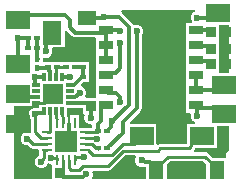
<source format=gtl>
G04*
G04 #@! TF.GenerationSoftware,Altium Limited,Altium Designer,22.2.1 (43)*
G04*
G04 Layer_Physical_Order=1*
G04 Layer_Color=3707366*
%FSLAX44Y44*%
%MOMM*%
G71*
G04*
G04 #@! TF.SameCoordinates,672CECB2-DF13-49BD-9E49-C01950E57CCB*
G04*
G04*
G04 #@! TF.FilePolarity,Positive*
G04*
G01*
G75*
%ADD13R,0.5000X0.4500*%
%ADD14R,1.2700X0.7600*%
%ADD15R,0.8500X0.9000*%
%ADD16R,1.7000X1.7000*%
%ADD17R,0.3000X0.7000*%
%ADD18R,0.7000X0.3000*%
%ADD22R,0.9000X0.8500*%
%ADD23R,1.6000X1.3000*%
%ADD24R,1.6000X2.0000*%
%ADD25R,1.3000X1.6000*%
%ADD26R,2.0000X1.6000*%
%ADD27R,0.4500X0.5000*%
%ADD47R,1.8000X1.8000*%
%ADD48R,0.2400X0.8500*%
%ADD49R,0.8500X0.2400*%
%ADD50R,2.0000X1.5000*%
%ADD51C,0.2500*%
%ADD52C,0.3000*%
%ADD53C,0.6000*%
G36*
X56116Y128116D02*
X56116Y128116D01*
X57439Y127232D01*
X59000Y126922D01*
X75017D01*
X76050Y126350D01*
Y113750D01*
X76050D01*
Y113650D01*
X76050D01*
Y101050D01*
X76050Y101050D01*
Y100950D01*
X76050D01*
X76050Y99780D01*
Y88350D01*
X76050D01*
Y88250D01*
X76050D01*
Y75750D01*
X67688D01*
X67219Y77020D01*
X68000Y78906D01*
Y81094D01*
X67163Y83116D01*
X65616Y84663D01*
X63926Y85362D01*
X63441Y86673D01*
X65518Y88750D01*
X70750D01*
Y96750D01*
Y106250D01*
X43369D01*
X43000Y106323D01*
X42631Y106250D01*
X31250D01*
Y109043D01*
X32306Y109748D01*
X32906Y109500D01*
X35094D01*
X37115Y110337D01*
X38663Y111884D01*
X39500Y113906D01*
Y116094D01*
X39030Y117230D01*
X39878Y118500D01*
X50000D01*
Y132501D01*
X50642Y132855D01*
X51270Y132962D01*
X56116Y128116D01*
D02*
G37*
G36*
X189000Y97000D02*
X181520D01*
X180250Y97000D01*
Y110000D01*
Y123230D01*
X180250Y124000D01*
X180250D01*
Y124500D01*
X180250D01*
Y137500D01*
X189000D01*
Y97000D01*
D02*
G37*
G36*
X48000Y82500D02*
Y71000D01*
X28500D01*
Y67078D01*
X27112D01*
X26094Y67500D01*
X23906D01*
X21885Y66663D01*
X20337Y65115D01*
X19500Y63094D01*
Y60906D01*
X20337Y58885D01*
X21177Y58045D01*
Y47012D01*
X20522Y46384D01*
X19997Y46126D01*
X19094Y46500D01*
X16906D01*
X14885Y45663D01*
X13337Y44116D01*
X12500Y42094D01*
Y39906D01*
X13337Y37885D01*
X14885Y36337D01*
X16906Y35500D01*
X18639D01*
X20342Y33797D01*
X21583Y32968D01*
X23046Y32677D01*
X27662D01*
X28427Y31450D01*
Y26801D01*
X26885Y26163D01*
X25337Y24615D01*
X24500Y22594D01*
Y20406D01*
X25337Y18384D01*
X26885Y16837D01*
X28906Y16000D01*
X31094D01*
X33115Y16837D01*
X34663Y18384D01*
X35466Y20324D01*
X37456Y19500D01*
X37687D01*
X38750Y19000D01*
X38750Y18735D01*
Y7000D01*
X7000D01*
Y69000D01*
X22500D01*
Y72422D01*
X26000D01*
X26394Y72500D01*
X32000D01*
Y77500D01*
Y87000D01*
X48000D01*
Y82500D01*
D02*
G37*
G36*
X54000Y67422D02*
X65000D01*
Y62250D01*
X66018D01*
X66867Y60980D01*
X66500Y60094D01*
Y57906D01*
X67337Y55884D01*
X68885Y54337D01*
X70906Y53500D01*
X72291D01*
X73187Y52799D01*
X73250Y52327D01*
Y50543D01*
X73198Y50532D01*
X72885Y50324D01*
X66750D01*
X66129Y50200D01*
X62200D01*
Y61500D01*
X54800D01*
Y48000D01*
X60000D01*
Y42800D01*
Y30000D01*
X42000D01*
Y37800D01*
Y48000D01*
X52200D01*
Y54129D01*
X52323Y54750D01*
Y59769D01*
X52200Y60390D01*
Y61500D01*
X51854D01*
X51574Y61919D01*
Y64750D01*
X51500Y65119D01*
Y67500D01*
X53606D01*
X54000Y67422D01*
D02*
G37*
G36*
X160254Y148730D02*
X158884Y148163D01*
X157337Y146615D01*
X156500Y144594D01*
Y142406D01*
X157337Y140385D01*
X157499Y140223D01*
X157013Y139050D01*
X152250D01*
Y126450D01*
X152250D01*
Y126350D01*
X152250D01*
Y113750D01*
X152250D01*
Y113650D01*
X152250D01*
Y101050D01*
X152250D01*
Y100950D01*
X152250D01*
Y88350D01*
X152250D01*
Y88250D01*
X152250D01*
Y75650D01*
X152250D01*
Y75550D01*
X152250D01*
Y62950D01*
X155919D01*
X156624Y61894D01*
X156500Y61594D01*
Y59406D01*
X157337Y57385D01*
X158884Y55837D01*
X160254Y55270D01*
X160002Y54000D01*
X153500D01*
Y37119D01*
X153441Y36823D01*
X131000D01*
X129537Y36532D01*
X128770Y36020D01*
X127500Y36624D01*
Y54000D01*
X105427D01*
X104941Y55173D01*
X113884Y64116D01*
X113884Y64116D01*
X114768Y65439D01*
X115078Y67000D01*
Y128300D01*
X115663Y128884D01*
X116500Y130906D01*
Y133094D01*
X115663Y135115D01*
X114115Y136663D01*
X112094Y137500D01*
X109906D01*
X108765Y137028D01*
X107768Y137561D01*
X106884Y138884D01*
X106884Y138884D01*
X98884Y146884D01*
X98162Y147366D01*
X97906Y148850D01*
X97931Y148931D01*
X99000Y150000D01*
X160002D01*
X160254Y148730D01*
D02*
G37*
G36*
X189000Y31500D02*
X186500Y29000D01*
Y25000D01*
X174907D01*
X171204Y28704D01*
X169963Y29532D01*
X168500Y29823D01*
X159527D01*
X159001Y31093D01*
X159954Y32046D01*
X160591Y33000D01*
X178500D01*
Y52000D01*
X189000D01*
Y31500D01*
D02*
G37*
G36*
X169500Y19593D02*
Y7000D01*
X136500D01*
Y19593D01*
X139084Y22177D01*
X166916D01*
X169500Y19593D01*
D02*
G37*
G36*
X110251Y25907D02*
X109500Y24094D01*
Y21906D01*
X110337Y19885D01*
X111884Y18337D01*
X113906Y17500D01*
X115850D01*
X116251Y17232D01*
X117812Y16922D01*
X118500D01*
Y7000D01*
X73438D01*
X72822Y8270D01*
X73500Y9906D01*
Y12094D01*
X73163Y12907D01*
X74012Y14177D01*
X86460D01*
X87923Y14468D01*
X89164Y15296D01*
X101044Y27177D01*
X109739D01*
X110251Y25907D01*
D02*
G37*
D13*
X73250Y93500D02*
D03*
X65750D02*
D03*
X78250Y33000D02*
D03*
X85750D02*
D03*
X18750Y118000D02*
D03*
X26250D02*
D03*
X18750Y126500D02*
D03*
X26250D02*
D03*
X65750Y101500D02*
D03*
X73250D02*
D03*
X35750D02*
D03*
X43250D02*
D03*
X50750D02*
D03*
X58250D02*
D03*
X78250Y48000D02*
D03*
X85750D02*
D03*
D14*
X84900Y132750D02*
D03*
X161100D02*
D03*
X84900Y120050D02*
D03*
X161100D02*
D03*
X84900Y107350D02*
D03*
X161100D02*
D03*
X84900Y94650D02*
D03*
X161100D02*
D03*
X84900Y81950D02*
D03*
X161100D02*
D03*
X84900Y69250D02*
D03*
X161100D02*
D03*
D15*
X186500Y117000D02*
D03*
X173500D02*
D03*
X186500Y131500D02*
D03*
X173500D02*
D03*
X186500Y104000D02*
D03*
X173500D02*
D03*
X45500Y12000D02*
D03*
X32500D02*
D03*
D16*
X40000Y79000D02*
D03*
D17*
X32500Y65000D02*
D03*
X37500D02*
D03*
X42500D02*
D03*
X47500D02*
D03*
Y93000D02*
D03*
X42500D02*
D03*
X37500D02*
D03*
X32500D02*
D03*
D18*
X26000Y86500D02*
D03*
Y81500D02*
D03*
Y76500D02*
D03*
Y71500D02*
D03*
X54000D02*
D03*
Y76500D02*
D03*
Y81500D02*
D03*
Y86500D02*
D03*
D22*
X72000Y69000D02*
D03*
Y82000D02*
D03*
D23*
X68500Y118500D02*
D03*
Y143500D02*
D03*
D24*
X39500Y131000D02*
D03*
D25*
X102500Y14500D02*
D03*
X127500D02*
D03*
X153500D02*
D03*
X178500D02*
D03*
D26*
X115000Y43500D02*
D03*
X166000D02*
D03*
D27*
X26500Y108750D02*
D03*
Y101250D02*
D03*
D47*
X51000Y39000D02*
D03*
D48*
X58500Y23250D02*
D03*
X53500D02*
D03*
X48500D02*
D03*
X43500D02*
D03*
Y54750D02*
D03*
X48500D02*
D03*
X53500D02*
D03*
X58500D02*
D03*
D49*
X35250Y31500D02*
D03*
Y36500D02*
D03*
Y41500D02*
D03*
Y46500D02*
D03*
X66750D02*
D03*
Y41500D02*
D03*
Y36500D02*
D03*
Y31500D02*
D03*
D50*
X180000Y147500D02*
D03*
X185000Y62000D02*
D03*
Y87000D02*
D03*
X10000Y54000D02*
D03*
Y142000D02*
D03*
Y79000D02*
D03*
Y104000D02*
D03*
D51*
X86460Y18000D02*
X99460Y31000D01*
X129000D01*
X98846Y36750D02*
X108250D01*
X89596Y27500D02*
X98846Y36750D01*
X73700Y27500D02*
X89596D01*
X65000Y18000D02*
X86460D01*
X42750Y101750D02*
Y102250D01*
Y93250D02*
Y101750D01*
X43000Y101500D02*
X43250D01*
X42750Y101750D02*
X43000Y101500D01*
X42500Y93000D02*
X42750Y93250D01*
Y102250D02*
X43000Y102500D01*
X43250Y101500D02*
X50750D01*
X155500Y33000D02*
X157250Y34750D01*
X129000Y31000D02*
X131000Y33000D01*
X155500D01*
X157250Y36750D02*
X164000Y43500D01*
X166000D01*
X157250Y34750D02*
Y36750D01*
X25000Y46704D02*
Y62000D01*
Y46704D02*
X30154Y41550D01*
X35200D01*
X53500Y16500D02*
Y23250D01*
Y16500D02*
X55000Y15000D01*
X62000D01*
X65000Y18000D01*
X102500Y14500D02*
X106000Y11000D01*
X23046Y36500D02*
X35250D01*
X18546Y41000D02*
X23046Y36500D01*
X18000Y41000D02*
X18546D01*
X35200Y41550D02*
X35250Y41500D01*
X32250Y24697D02*
Y31450D01*
X30000Y22447D02*
X32250Y24697D01*
X30000Y21500D02*
Y22447D01*
X43500Y23250D02*
Y24950D01*
X38550Y25000D02*
X43450D01*
X43500Y24950D01*
X32250Y31450D02*
X32300Y31500D01*
X77750Y32500D02*
X78250Y32000D01*
X75161Y34000D02*
X77250D01*
X66750Y46500D02*
X74161D01*
X76580Y41420D02*
X77250Y40750D01*
X66800Y36450D02*
X72711D01*
X75161Y34000D01*
X74161Y46500D02*
X74661Y47000D01*
X73383Y41420D02*
X76580D01*
X74661Y47000D02*
X77250D01*
X32300Y31500D02*
X35250D01*
X73353Y41450D02*
X73383Y41420D01*
X58550Y25282D02*
X66018D01*
X58500Y25232D02*
X58550Y25282D01*
X58500Y23250D02*
Y25232D01*
X37500Y46550D02*
Y65000D01*
X35250Y46500D02*
X35300Y46550D01*
X42500Y58700D02*
Y65000D01*
Y58700D02*
X43450Y57750D01*
X35300Y46550D02*
X37500D01*
X77250Y47000D02*
X78250Y48000D01*
X168500Y26000D02*
X178500Y16000D01*
X137500Y26000D02*
X168500D01*
X127500Y16000D02*
X137500Y26000D01*
X178500Y14500D02*
Y16000D01*
X69750Y31450D02*
X73700Y27500D01*
X77250Y34000D02*
X78250Y33000D01*
X108250Y36750D02*
X115000Y43500D01*
X51000Y39000D02*
X53500Y41500D01*
Y54750D01*
X66750Y36500D02*
X66800Y36450D01*
X66750Y41500D02*
X66800Y41450D01*
X73353D01*
X47750Y60519D02*
Y64750D01*
X47500Y65000D02*
X47750Y64750D01*
X48500Y54750D02*
Y59769D01*
X47750Y60519D02*
X48500Y59769D01*
X53500Y54750D02*
X53550Y54800D01*
X45500Y12000D02*
Y12250D01*
X48500Y15250D02*
Y23250D01*
X45500Y12250D02*
X48500Y15250D01*
X32750Y71750D02*
X40000Y79000D01*
X29654Y71750D02*
X32750D01*
X26250Y71750D02*
X29654D01*
X26000Y71500D02*
X26250Y71750D01*
X29654D02*
X29654Y71750D01*
D52*
X10500Y126500D02*
X18750D01*
X10500D02*
Y127000D01*
Y104500D02*
Y126500D01*
X10000Y104000D02*
X10500Y104500D01*
X18000Y118000D02*
X18750Y118750D01*
Y126500D01*
X26375Y109625D02*
X27000Y109000D01*
X26375Y109625D02*
Y126375D01*
X26250Y126500D02*
X26375Y126375D01*
X65750Y93500D02*
Y101250D01*
X57500Y86500D02*
X64500Y93500D01*
X54000Y86500D02*
X57500D01*
X65750Y101250D02*
X66000Y101500D01*
X58250D02*
X65500D01*
X47500Y93250D02*
X54250D01*
X25000Y86500D02*
Y93000D01*
X26812Y63000D02*
X32500D01*
X34875Y101375D02*
X35500Y102000D01*
X26625Y101375D02*
X34875D01*
X26500Y101250D02*
X26625Y101375D01*
X37500Y97550D02*
X37500Y97550D01*
X37250Y98200D02*
Y98200D01*
X36750Y98700D02*
X37250Y98200D01*
X36750Y98700D02*
Y100750D01*
X36000Y101500D02*
X36750Y100750D01*
X37500Y93000D02*
Y97550D01*
X37500Y97550D02*
Y97950D01*
X37250Y98200D02*
X37500Y97950D01*
X54000Y71500D02*
X69500D01*
X72000Y69000D01*
X71250Y67000D02*
X72000Y66250D01*
X70000Y67000D02*
X71250D01*
X72000Y59000D02*
Y66250D01*
X70000Y67000D02*
X72000Y69000D01*
X47500Y93000D02*
Y93250D01*
X54250D02*
X54500Y93500D01*
X25000Y93000D02*
X32000D01*
X32000Y93000D01*
X185000Y124500D02*
Y131500D01*
X162000Y60500D02*
Y68350D01*
X62450Y80000D02*
X62500D01*
X58950Y76500D02*
X62450Y80000D01*
X57500Y76500D02*
X58950D01*
X86850Y80000D02*
X93000D01*
X96700Y72700D02*
X97104Y72296D01*
X96530Y73470D02*
Y76470D01*
Y73470D02*
X97000Y73000D01*
X93000Y80000D02*
X96530Y76470D01*
X84900Y81950D02*
X86850Y80000D01*
X97000Y101000D02*
Y122000D01*
X87200Y96950D02*
X92950D01*
X97000Y101000D01*
X84900Y94650D02*
X87200Y96950D01*
X25812Y62000D02*
X26812Y63000D01*
X32500D02*
Y65000D01*
X25000Y62000D02*
X25812D01*
X127500Y14500D02*
Y16000D01*
X117812Y21000D02*
X122500D01*
X127500Y16000D01*
X45500Y11750D02*
X48250Y9000D01*
X65188D01*
X45500Y11750D02*
Y12000D01*
X172750Y132750D02*
X173500Y132000D01*
X161100Y132750D02*
X172750D01*
X185000Y117500D02*
Y124500D01*
X186000Y131500D02*
X186500Y132000D01*
X186000Y117500D02*
X186500Y117000D01*
X182000Y84000D02*
X185000D01*
X111000Y67000D02*
Y132000D01*
X99000Y55000D02*
X111000Y67000D01*
X104000Y70000D02*
Y136000D01*
X89426Y55426D02*
X104000Y70000D01*
X96000Y144000D02*
X104000Y136000D01*
X96250Y132750D02*
X97000Y132000D01*
X84900Y132750D02*
X96250D01*
X85750Y33000D02*
X86000D01*
X99000Y46000D01*
Y55000D01*
X86000Y48000D02*
X89426Y51426D01*
Y55426D01*
X85750Y48000D02*
X86000D01*
X176000Y143500D02*
X180000Y147500D01*
X162000Y143500D02*
X176000D01*
X162000Y68350D02*
X163350Y67000D01*
X161100Y69250D02*
X162000Y68350D01*
X83000Y144000D02*
X96000D01*
X163350Y67000D02*
X180000D01*
X185000Y62000D01*
X8500Y52500D02*
X10000Y54000D01*
X12500Y76500D02*
X26000D01*
X10000Y79000D02*
X12500Y76500D01*
X84900Y120050D02*
Y132750D01*
Y107350D02*
Y120050D01*
X82500Y143500D02*
X83000Y144000D01*
X68500Y143500D02*
X82500D01*
X59000Y131000D02*
X83150D01*
X54000Y136000D02*
Y142000D01*
Y136000D02*
X59000Y131000D01*
X50000Y146000D02*
X54000Y142000D01*
X14000Y146000D02*
X50000D01*
X83150Y131000D02*
X84900Y132750D01*
X10000Y142000D02*
X14000Y146000D01*
X186500Y104000D02*
Y117000D01*
X161100Y120050D02*
X161150Y120000D01*
X170750D01*
X173500Y117250D01*
Y117000D02*
Y117250D01*
Y104000D02*
Y104250D01*
X161100Y107350D02*
X161450Y107000D01*
X170750D01*
X173500Y104250D01*
X161100Y81950D02*
Y94650D01*
X179950Y81950D02*
X182000Y84000D01*
X161100Y81950D02*
X179950D01*
X34000Y115000D02*
Y125500D01*
X39500Y131000D01*
X153000Y15000D02*
X153500Y14500D01*
X81000Y66950D02*
X83300Y69250D01*
X84900D01*
X81000Y56000D02*
Y66950D01*
X78250Y53250D02*
X81000Y56000D01*
X78250Y48000D02*
Y53250D01*
X25000Y86500D02*
X26000D01*
D53*
X73000Y89000D02*
D03*
X10500Y126500D02*
D03*
X72000Y59000D02*
D03*
X54500Y93500D02*
D03*
X162000Y60500D02*
D03*
X142000Y44000D02*
D03*
X55000Y64500D02*
D03*
X25000Y62000D02*
D03*
X10500Y65500D02*
D03*
X114000Y58000D02*
D03*
X55000Y118000D02*
D03*
X13000Y13000D02*
D03*
X183000Y43000D02*
D03*
X108000Y145000D02*
D03*
X140000Y129000D02*
D03*
X141000Y70000D02*
D03*
X115000Y23000D02*
D03*
X24000Y29000D02*
D03*
X115000Y11000D02*
D03*
X185000Y124500D02*
D03*
X111000Y132000D02*
D03*
X97000Y122000D02*
D03*
Y132000D02*
D03*
X97104Y72296D02*
D03*
X90000Y56000D02*
D03*
X162000Y143500D02*
D03*
X18000Y41000D02*
D03*
X30000Y21500D02*
D03*
X38550Y25000D02*
D03*
X77250Y40750D02*
D03*
X66018Y25282D02*
D03*
X68000Y11000D02*
D03*
X83000Y144000D02*
D03*
X62500Y80000D02*
D03*
X34000Y115000D02*
D03*
X142000Y15000D02*
D03*
X25000Y93000D02*
D03*
X51000Y39000D02*
D03*
X40000Y79000D02*
D03*
M02*

</source>
